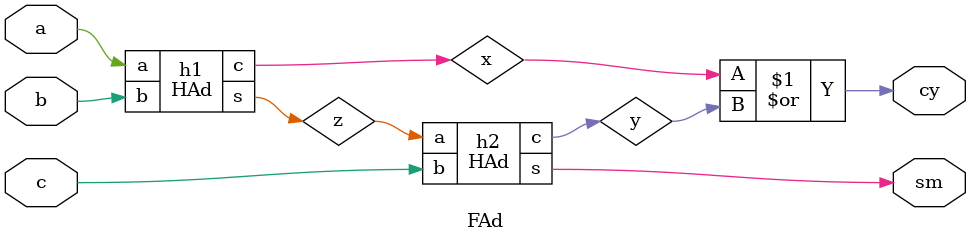
<source format=v>
`timescale 1ns / 1ps
module top(x,y,p);
input [7:0] x,y;
output [15:0] p;
wire [7:0] i,j,k,l,n,o,q,r;
wire [9:0] sp,tp,fop;
wire [7:0] fp;
wire [3:0] negi,twoi,zeroi;
wire [10:0] c1,c2;
wire [8:0] ip1,ip2;
wire [9:0] c3;

wire [3:0] corr,z;
// carry generation
// 1st
xor n9(z[0],negi[0],twoi[0]);
and n10(corr[0],z[0],zeroi[0]);
//2nd
xor n13(z[1],negi[1],twoi[1]);
and n14(corr[1],z[1],zeroi[1]);
//3rd
xor n15(z[2],negi[2],twoi[2]);
and n16(corr[2],z[2],zeroi[2]);
//4th
xor n17(z[3],negi[3],twoi[3]);
and n18(corr[3],z[3],zeroi[3]);


code e1(negi[0],twoi[0],zeroi[0],y[1],y[0],1'b0);
code e2(negi[1],twoi[1],zeroi[1],y[3],y[2],y[1]);
code e3(negi[2],twoi[2],zeroi[2],y[5],y[4],y[3]);
code e4(negi[3],twoi[3],zeroi[3],y[7],y[6],y[5]);
//first product generation
product p0(x[0],zeroi[0],corr[0],negi[0],twoi[0],zeroi[0],p[0],i[0],n[0]);
product p1(x[1],i[0],n[0],negi[0],twoi[0],zeroi[0],p[1],i[1],n[1]);
product p2(x[2],i[1],n[1],negi[0],twoi[0],zeroi[0],fp[0],i[2],n[2]);
product p3(x[3],i[2],n[2],negi[0],twoi[0],zeroi[0],fp[1],i[3],n[3]);
product p4(x[4],i[3],n[3],negi[0],twoi[0],zeroi[0],fp[2],i[4],n[4]);
product p5(x[5],i[4],n[4],negi[0],twoi[0],zeroi[0],fp[3],i[5],n[5]);
product p6(x[6],i[5],n[5],negi[0],twoi[0],zeroi[0],fp[4],i[6],n[6]);
product p7(x[7],i[6],n[6],negi[0],twoi[0],zeroi[0],fp[5],i[7],n[7]);
wire [11:0] m;
xor x1(m[0],i[7],n[7]);
and a1(m[1],twoi[0],i[7]);
and a2(m[2],negi[0],m[0]);
or o1(fp[6],m[1],m[2]);
not n1(fp[7],fp[6]);
//second product generation

product q0(x[0],zeroi[1],corr[1],negi[1],twoi[1],zeroi[1],sp[0],j[0],o[0]);
product q1(x[1],j[0],o[0],negi[1],twoi[1],zeroi[1],sp[1],j[1],o[1]);
product q2(x[2],j[1],o[1],negi[1],twoi[1],zeroi[1],sp[2],j[2],o[2]);
product q3(x[3],j[2],o[2],negi[1],twoi[1],zeroi[1],sp[3],j[3],o[3]);
product q4(x[4],j[3],o[3],negi[1],twoi[1],zeroi[1],sp[4],j[4],o[4]);
product q5(x[5],j[4],o[4],negi[1],twoi[1],zeroi[1],sp[5],j[5],o[5]);
product q6(x[6],j[5],o[5],negi[1],twoi[1],zeroi[1],sp[6],j[6],o[6]);
product q7(x[7],j[6],o[6],negi[1],twoi[1],zeroi[1],sp[7],j[7],o[7]);

xor x2(m[3],j[7],o[7]);
and a3(m[4],twoi[1],j[7]);

and a4(m[5],negi[1],m[3]);
or o2(sp[8],m[4],m[5]);
not n2(sp[9],sp[8]);

//third product

product r0(x[0],zeroi[2],corr[2],negi[2],twoi[2],zeroi[2],tp[0],k[0],q[0]);
product r1(x[1],k[0],q[0],negi[2],twoi[2],zeroi[2],tp[1],k[1],q[1]);
product r2(x[2],k[1],q[1],negi[2],twoi[2],zeroi[2],tp[2],k[2],q[2]);
product r3(x[3],k[2],q[2],negi[2],twoi[2],zeroi[2],tp[3],k[3],q[3]);
product r4(x[4],k[3],q[3],negi[2],twoi[2],zeroi[2],tp[4],k[4],q[4]);
product r5(x[5],k[4],q[4],negi[2],twoi[2],zeroi[2],tp[5],k[5],q[5]);
product r6(x[6],k[5],q[5],negi[2],twoi[2],zeroi[2],tp[6],k[6],q[6]);
product r7(x[7],k[6],q[6],negi[2],twoi[2],zeroi[2],tp[7],k[7],q[7]);

xor x3(m[6],k[7],q[7]);
and a5(m[7],twoi[2],k[7]);

and a6(m[8],negi[2],m[6]);
or o3(tp[8],m[7],m[8]);
not n3(tp[9],tp[8]);



//fourth product

product s0(x[0],zeroi[3],corr[3],negi[3],twoi[3],zeroi[3],fop[0],l[0],r[0]);
product s1(x[1],l[0],r[0],negi[3],twoi[3],zeroi[3],fop[1],l[1],r[1]);
product s2(x[2],l[1],r[1],negi[3],twoi[3],zeroi[3],fop[2],l[2],r[2]);
product s3(x[3],l[2],r[2],negi[3],twoi[3],zeroi[3],fop[3],l[3],r[3]);
product s4(x[4],l[3],r[3],negi[3],twoi[3],zeroi[3],fop[4],l[4],r[4]);
product s5(x[5],l[4],r[4],negi[3],twoi[3],zeroi[3],fop[5],l[5],r[5]);
product s6(x[6],l[5],r[5],negi[3],twoi[3],zeroi[3],fop[6],l[6],r[6]);
product s7(x[7],l[6],r[6],negi[3],twoi[3],zeroi[3],fop[7],l[7],r[7]);

xor x4(m[9],l[7],r[7]);
and a7(m[10],twoi[3],l[7]);

and a8(m[11],negi[3],m[9]);
or o4(fop[8],m[10],m[11]);
not n4(fop[9],fop[8]);

//1st add
HAd fa1(sp[0],fp[0],c1[0],p[2]);
FAd fa2(sp[1],fp[1],c1[0],c1[1],p[3]);
FAd fa3(sp[2],fp[2],c1[1],c1[2],ip1[0]);
FAd fa4(sp[3],fp[3],c1[2],c1[3],ip1[1]);
FAd fa5(sp[4],fp[4],c1[3],c1[4],ip1[2]);
FAd fa6(sp[5],fp[5],c1[4],c1[5],ip1[3]);
FAd fa7(sp[6],fp[6],c1[5],c1[6],ip1[4]);
FAd fa8(sp[7],fp[6],c1[6],c1[7],ip1[5]);
FAd fa9(sp[8],fp[6],c1[7],c1[8],ip1[6]);
FAd fa10(sp[9],fp[7],c1[8],c1[9],ip1[7]);
HAd fa11(c1[9],1'b1,c1[10],ip1[8]);

//2rd add
HAd sa1(tp[0],ip1[0],c2[0],p[4]);
FAd sa2(tp[1],ip1[1],c2[0],c2[1],p[5]);
FAd sa3(tp[2],ip1[2],c2[1],c2[2],ip2[0]);
FAd sa4(tp[3],ip1[3],c2[2],c2[3],ip2[1]);
FAd sa5(tp[4],ip1[4],c2[3],c2[4],ip2[2]);
FAd sa6(tp[5],ip1[5],c2[4],c2[5],ip2[3]);
FAd sa7(tp[6],ip1[6],c2[5],c2[6],ip2[4]);
FAd sa8(tp[7],ip1[7],c2[6],c2[7],ip2[5]);
FAd sa9(tp[8],ip1[8],c2[7],c2[8],ip2[6]);
FAd sa10(tp[9],c1[10],c2[8],c2[9],ip2[7]);
HAd sa11(c2[9],1'b1,c2[10],ip2[8]);

//3th add

HAd foa1(fop[0],ip2[0],c3[0],p[6]);
FAd foa2(fop[1],ip2[1],c3[0],c3[1],p[7]);
FAd foa3(fop[2],ip2[2],c3[1],c3[2],p[8]);
FAd foa4(fop[3],ip2[3],c3[2],c3[3],p[9]);
FAd foa5(fop[4],ip2[4],c3[3],c3[4],p[10]);
FAd foa6(fop[5],ip2[5],c3[4],c3[5],p[11]);
FAd foa7(fop[6],ip2[6],c3[5],c3[6],p[12]);
FAd foa8(fop[7],ip2[7],c3[6],c3[7],p[13]);
FAd foa9(fop[8],ip2[8],c3[7],c3[8],p[14]);
FAd foa10(fop[9],c2[10],c3[8],c3[9],p[15]);




endmodule

// generation of codes
module code(negi,twoi,zeroi,y2,y1,y0);
input y2,y1,y0;
output negi,twoi,zeroi;
wire [1:0]k;
xor x1(negi,y0,y1);
xor x2(k[1],y2,y1);
not n1(k[0],negi);
and a1(twoi,k[0],k[1]);
assign zeroi=y2;
endmodule

//generation of inner products
module product(x1,x0,x2,negi,twoi,zeroi,p,i,ca);
input x1,x0,x2,zeroi,negi,twoi;
output p,i,ca;
wire [2:0] k;
xor xo1(i,x1,zeroi);
and a1(k[1],i,negi);
and a0(k[0],x0,twoi);
or o0(k[2],k[1],k[0]);
xor xo2(p,k[2],x2);
and a2(ca,k[2],x2);
endmodule

//adders dezeroi
module HAd(a,b,c,s);
input a,b;
output c,s;
xor x1(s,a,b);
and a1(c,a,b);
endmodule

module FAd(a,b,c,cy,sm);
input a,b,c;
output cy,sm;
wire x,y,z;
HAd h1(a,b,x,z);
HAd h2(z,c,y,sm);
or o1(cy,x,y);
endmodule


</source>
